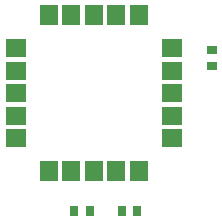
<source format=gtp>
G04 Layer_Color=7318015*
%FSLAX25Y25*%
%MOIN*%
G70*
G01*
G75*
%ADD10R,0.02756X0.03543*%
%ADD11R,0.07087X0.05906*%
%ADD12R,0.05906X0.07087*%
%ADD13R,0.03543X0.02756*%
D10*
X97047Y59055D02*
D03*
X91929D02*
D03*
X107677D02*
D03*
X112795D02*
D03*
D11*
X124409Y83465D02*
D03*
Y90945D02*
D03*
Y98425D02*
D03*
Y105905D02*
D03*
Y113386D02*
D03*
X72441D02*
D03*
Y105905D02*
D03*
Y98425D02*
D03*
Y90945D02*
D03*
Y83465D02*
D03*
D12*
X113386Y124409D02*
D03*
X105905D02*
D03*
X98425D02*
D03*
X90945D02*
D03*
X83465D02*
D03*
Y72441D02*
D03*
X90945D02*
D03*
X98425D02*
D03*
X105905D02*
D03*
X113386D02*
D03*
D13*
X137795Y107677D02*
D03*
Y112795D02*
D03*
M02*

</source>
